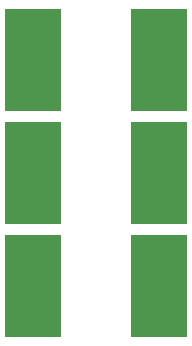
<source format=gbp>
G04 Layer_Color=128*
%FSLAX23Y23*%
%MOIN*%
G70*
G01*
G75*
%ADD10R,0.189X0.344*%
D10*
X2885Y4010D02*
D03*
X2465D02*
D03*
X2885Y3632D02*
D03*
X2465D02*
D03*
X2885Y3255D02*
D03*
X2465D02*
D03*
M02*

</source>
